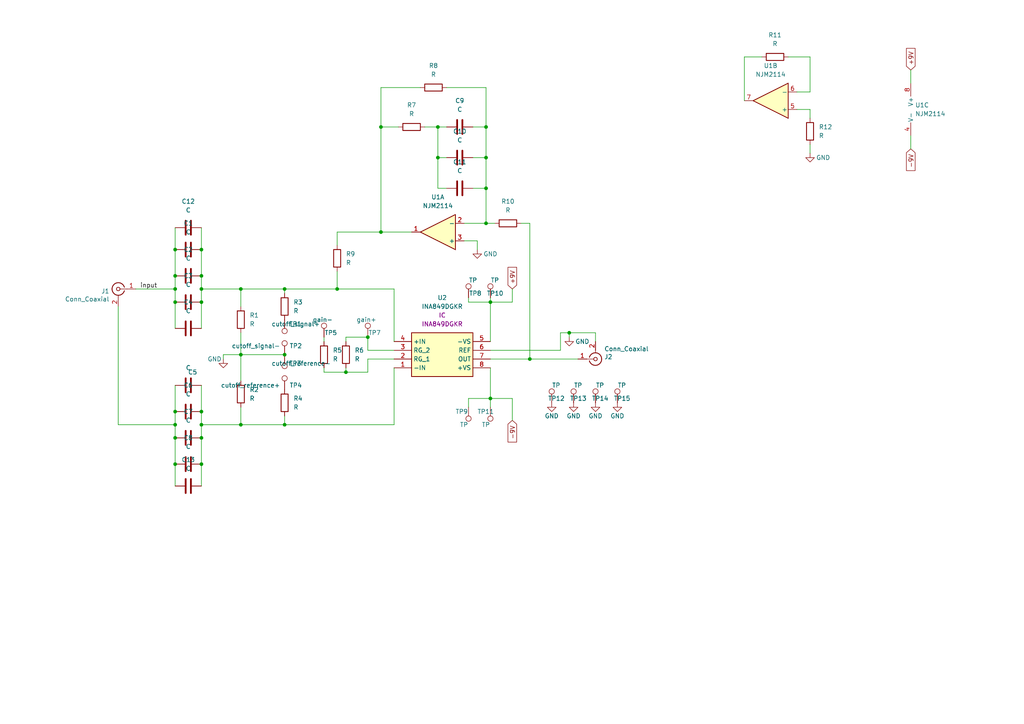
<source format=kicad_sch>
(kicad_sch (version 20211123) (generator eeschema)
  (paper "A4")
  (lib_symbols
    (symbol "Amplifier_Operational:NJM2114" (pin_names (offset 0.127))
      (property "Reference" "U" (at 0 5.08 0))
      (property "Value" "NJM2114" (at 0 -5.08 0))
      (symbol "NJM2114_1_1"
        (polyline (pts (xy -5.08 5.08) (xy 5.08 0) (xy -5.08 -5.08) (xy -5.08 5.08)) (stroke (width 0.254)) (fill (type background)))
        (pin output line (at 7.62 0 180) (length 2.54) (name "~") (number "1"))
        (pin input line (at -7.62 -2.54 0) (length 2.54) (name "-") (number "2"))
        (pin input line (at -7.62 2.54 0) (length 2.54) (name "+") (number "3"))
      )
      (symbol "NJM2114_2_1"
        (polyline (pts (xy -5.08 5.08) (xy 5.08 0) (xy -5.08 -5.08) (xy -5.08 5.08)) (stroke (width 0.254)) (fill (type background)))
        (pin input line (at -7.62 2.54 0) (length 2.54) (name "+") (number "5"))
        (pin input line (at -7.62 -2.54 0) (length 2.54) (name "-") (number "6"))
        (pin output line (at 7.62 0 180) (length 2.54) (name "~") (number "7"))
      )
      (symbol "NJM2114_3_1"
        (pin power_in line (at -2.54 -7.62 90) (length 3.81) (name "V-") (number "4"))
        (pin power_in line (at -2.54 7.62 270) (length 3.81) (name "V+") (number "8"))
      )
    )
    (symbol "Connector:Conn_Coaxial" (pin_names (offset 1.016) hide)
      (property "Reference" "J" (at 0.254 3.048 0))
      (property "Value" "Conn_Coaxial" (at 2.921 0 90))
      (symbol "Conn_Coaxial_0_1"
        (arc (start -1.778 -0.508) (mid 0.2311 -1.8066) (end 1.778 0) (stroke (width 0.254)))
        (polyline (pts (xy -2.54 0) (xy -0.508 0)))
        (polyline (pts (xy 0 -2.54) (xy 0 -1.778)))
        (circle (center 0 0) (radius 0.508) (stroke (width 0.2032)))
        (arc (start 1.778 0) (mid 0.2099 1.8101) (end -1.778 0.508) (stroke (width 0.254)))
      )
      (symbol "Conn_Coaxial_1_1"
        (pin passive line (at -5.08 0 0) (length 2.54) (name "In") (number "1"))
        (pin passive line (at 0 -5.08 90) (length 2.54) (name "Ext") (number "2"))
      )
    )
    (symbol "Connector:TestPoint" (pin_numbers hide) (pin_names (offset 0.762) hide)
      (property "Reference" "TP" (at 0 6.858 0))
      (property "Value" "TestPoint" (at 0 5.08 0))
      (symbol "TestPoint_0_1"
        (circle (center 0 3.302) (radius 0.762))
      )
      (symbol "TestPoint_1_1"
        (pin passive line (at 0 0 90) (length 2.54) (name "1") (number "1"))
      )
    )
    (symbol "Device:C" (pin_numbers hide) (pin_names (offset 0.254))
      (property "Reference" "C" (at 0.635 2.54 0))
      (property "Value" "C" (at 0.635 -2.54 0))
      (symbol "C_0_1"
        (polyline (pts (xy -2.032 -0.762) (xy 2.032 -0.762)) (stroke (width 0.508)))
        (polyline (pts (xy -2.032 0.762) (xy 2.032 0.762)) (stroke (width 0.508)))
      )
      (symbol "C_1_1"
        (pin passive line (at 0 3.81 270) (length 2.794) (name "~") (number "1"))
        (pin passive line (at 0 -3.81 90) (length 2.794) (name "~") (number "2"))
      )
    )
    (symbol "Device:R" (pin_numbers hide) (pin_names (offset 0))
      (property "Reference" "R" (at 2.032 0 90))
      (property "Value" "R" (at 0 0 90))
      (symbol "R_0_1"
        (rectangle (start -1.016 -2.54) (end 1.016 2.54) (stroke (width 0.254)))
      )
      (symbol "R_1_1"
        (pin passive line (at 0 3.81 270) (length 1.27) (name "~") (number "1"))
        (pin passive line (at 0 -3.81 90) (length 1.27) (name "~") (number "2"))
      )
    )
    (symbol "INA849DGKR:INA849DGKR"
      (property "Value" "INA849DGKR" (at 0 0 0))
      (property "Reference_1" "IC" (at 24.13 7.62 0))
      (property "Value_1" "INA849DGKR" (at 24.13 5.08 0))
      (symbol "INA849DGKR_1_1"
        (rectangle (start 5.08 2.54) (end 22.86 -10.16) (stroke (width 0.254)) (fill (type background)))
        (pin passive line (at 0 0 0) (length 5.08) (name "-IN") (number "1"))
        (pin passive line (at 0 -2.54 0) (length 5.08) (name "RG_1") (number "2"))
        (pin passive line (at 0 -5.08 0) (length 5.08) (name "RG_2") (number "3"))
        (pin passive line (at 0 -7.62 0) (length 5.08) (name "+IN") (number "4"))
        (pin passive line (at 27.94 -7.62 180) (length 5.08) (name "-VS") (number "5"))
        (pin passive line (at 27.94 -5.08 180) (length 5.08) (name "REF") (number "6"))
        (pin passive line (at 27.94 -2.54 180) (length 5.08) (name "OUT") (number "7"))
        (pin passive line (at 27.94 0 180) (length 5.08) (name "+VS") (number "8"))
      )
    )
    (symbol "power:GND" (power) (pin_names (offset 0))
      (property "Value" "GND" (at 0 -3.81 0))
      (symbol "GND_0_1"
        (polyline (pts (xy 0 0) (xy 0 -1.27) (xy 1.27 -1.27) (xy 0 -2.54) (xy -1.27 -1.27) (xy 0 -1.27)))
      )
      (symbol "GND_1_1"
        (pin power_in line (at 0 0 270) (length 0) hide (name "GND") (number "1"))
      )
    )
  )
  (junction (at 50.8 80.01))
  (junction (at 140.97 45.72))
  (junction (at 58.42 72.39))
  (junction (at 69.85 83.82))
  (junction (at 127 36.83))
  (junction (at 82.55 123.19))
  (junction (at 50.8 134.62))
  (junction (at 153.67 104.14))
  (junction (at 97.79 83.82))
  (junction (at 58.42 87.63))
  (junction (at 140.97 64.77))
  (junction (at 50.8 87.63))
  (junction (at 106.68 97.79))
  (junction (at 140.97 54.61))
  (junction (at 110.49 67.31))
  (junction (at 58.42 123.19))
  (junction (at 82.55 83.82))
  (junction (at 69.85 123.19))
  (junction (at 58.42 83.82))
  (junction (at 50.8 72.39))
  (junction (at 165.1 96.52))
  (junction (at 58.42 80.01))
  (junction (at 69.85 102.87))
  (junction (at 58.42 127))
  (junction (at 140.97 36.83))
  (junction (at 58.42 134.62))
  (junction (at 50.8 119.38))
  (junction (at 142.24 87.63))
  (junction (at 82.55 102.87))
  (junction (at 100.33 107.95))
  (junction (at 50.8 83.82))
  (junction (at 50.8 127))
  (junction (at 58.42 119.38))
  (junction (at 50.8 123.19))
  (junction (at 142.24 115.57))
  (junction (at 110.49 36.83))
  (junction (at 127 45.72))
  (wire (pts (xy 100.33 107.95) (xy 106.68 107.95)))
  (wire (pts (xy 97.79 67.31) (xy 97.79 71.12)))
  (wire (pts (xy 69.85 123.19) (xy 82.55 123.19)))
  (wire (pts (xy 135.89 118.11) (xy 135.89 115.57)))
  (wire (pts (xy 50.8 123.19) (xy 50.8 127)))
  (wire (pts (xy 231.14 31.75) (xy 234.95 31.75)))
  (wire (pts (xy 58.42 87.63) (xy 58.42 95.25)))
  (wire (pts (xy 142.24 104.14) (xy 153.67 104.14)))
  (wire (pts (xy 140.97 25.4) (xy 140.97 36.83)))
  (wire (pts (xy 134.62 64.77) (xy 140.97 64.77)))
  (wire (pts (xy 58.42 123.19) (xy 69.85 123.19)))
  (wire (pts (xy 50.8 72.39) (xy 50.8 80.01)))
  (wire (pts (xy 234.95 16.51) (xy 234.95 26.67)))
  (wire (pts (xy 172.72 96.52) (xy 172.72 99.06)))
  (wire (pts (xy 69.85 83.82) (xy 82.55 83.82)))
  (wire (pts (xy 82.55 83.82) (xy 97.79 83.82)))
  (wire (pts (xy 82.55 123.19) (xy 114.3 123.19)))
  (wire (pts (xy 58.42 134.62) (xy 58.42 140.97)))
  (wire (pts (xy 129.54 25.4) (xy 140.97 25.4)))
  (wire (pts (xy 106.68 107.95) (xy 106.68 104.14)))
  (wire (pts (xy 234.95 26.67) (xy 231.14 26.67)))
  (wire (pts (xy 50.8 87.63) (xy 50.8 95.25)))
  (wire (pts (xy 264.16 20.32) (xy 264.16 24.13)))
  (wire (pts (xy 135.89 87.63) (xy 142.24 87.63)))
  (wire (pts (xy 165.1 96.52) (xy 172.72 96.52)))
  (wire (pts (xy 106.68 104.14) (xy 114.3 104.14)))
  (wire (pts (xy 142.24 115.57) (xy 142.24 118.11)))
  (wire (pts (xy 165.1 96.52) (xy 165.1 97.79)))
  (wire (pts (xy 50.8 123.19) (xy 50.8 119.38)))
  (wire (pts (xy 148.59 121.92) (xy 148.59 115.57)))
  (wire (pts (xy 64.77 104.14) (xy 64.77 102.87)))
  (wire (pts (xy 135.89 115.57) (xy 142.24 115.57)))
  (wire (pts (xy 129.54 45.72) (xy 127 45.72)))
  (wire (pts (xy 58.42 127) (xy 58.42 134.62)))
  (wire (pts (xy 153.67 64.77) (xy 153.67 104.14)))
  (wire (pts (xy 114.3 99.06) (xy 114.3 83.82)))
  (wire (pts (xy 115.57 36.83) (xy 110.49 36.83)))
  (wire (pts (xy 127 45.72) (xy 127 36.83)))
  (wire (pts (xy 34.29 88.9) (xy 34.29 123.19)))
  (wire (pts (xy 58.42 111.76) (xy 58.42 119.38)))
  (wire (pts (xy 151.13 64.77) (xy 153.67 64.77)))
  (wire (pts (xy 114.3 101.6) (xy 106.68 101.6)))
  (wire (pts (xy 110.49 36.83) (xy 110.49 67.31)))
  (wire (pts (xy 138.43 69.85) (xy 138.43 72.39)))
  (wire (pts (xy 93.98 106.68) (xy 93.98 107.95)))
  (wire (pts (xy 140.97 45.72) (xy 140.97 54.61)))
  (wire (pts (xy 134.62 69.85) (xy 138.43 69.85)))
  (wire (pts (xy 50.8 134.62) (xy 50.8 140.97)))
  (wire (pts (xy 69.85 83.82) (xy 69.85 88.9)))
  (wire (pts (xy 69.85 118.11) (xy 69.85 123.19)))
  (wire (pts (xy 228.6 16.51) (xy 234.95 16.51)))
  (wire (pts (xy 162.56 101.6) (xy 162.56 96.52)))
  (wire (pts (xy 50.8 127) (xy 50.8 134.62)))
  (wire (pts (xy 110.49 25.4) (xy 110.49 36.83)))
  (wire (pts (xy 127 54.61) (xy 127 45.72)))
  (wire (pts (xy 97.79 83.82) (xy 114.3 83.82)))
  (wire (pts (xy 50.8 83.82) (xy 50.8 80.01)))
  (wire (pts (xy 50.8 66.04) (xy 50.8 72.39)))
  (wire (pts (xy 93.98 97.79) (xy 93.98 99.06)))
  (wire (pts (xy 64.77 102.87) (xy 69.85 102.87)))
  (wire (pts (xy 69.85 102.87) (xy 69.85 110.49)))
  (wire (pts (xy 82.55 83.82) (xy 82.55 85.09)))
  (wire (pts (xy 127 36.83) (xy 129.54 36.83)))
  (wire (pts (xy 119.38 67.31) (xy 110.49 67.31)))
  (wire (pts (xy 153.67 104.14) (xy 167.64 104.14)))
  (wire (pts (xy 100.33 97.79) (xy 100.33 99.06)))
  (wire (pts (xy 58.42 123.19) (xy 58.42 127)))
  (wire (pts (xy 162.56 96.52) (xy 165.1 96.52)))
  (wire (pts (xy 110.49 67.31) (xy 97.79 67.31)))
  (wire (pts (xy 123.19 36.83) (xy 127 36.83)))
  (wire (pts (xy 264.16 39.37) (xy 264.16 43.18)))
  (wire (pts (xy 114.3 106.68) (xy 114.3 123.19)))
  (wire (pts (xy 135.89 86.36) (xy 135.89 87.63)))
  (wire (pts (xy 148.59 115.57) (xy 142.24 115.57)))
  (wire (pts (xy 121.92 25.4) (xy 110.49 25.4)))
  (wire (pts (xy 142.24 101.6) (xy 162.56 101.6)))
  (wire (pts (xy 234.95 41.91) (xy 234.95 44.45)))
  (wire (pts (xy 58.42 66.04) (xy 58.42 72.39)))
  (wire (pts (xy 137.16 54.61) (xy 140.97 54.61)))
  (wire (pts (xy 234.95 31.75) (xy 234.95 34.29)))
  (wire (pts (xy 140.97 36.83) (xy 140.97 45.72)))
  (wire (pts (xy 50.8 83.82) (xy 50.8 87.63)))
  (wire (pts (xy 140.97 54.61) (xy 140.97 64.77)))
  (wire (pts (xy 106.68 101.6) (xy 106.68 97.79)))
  (wire (pts (xy 58.42 72.39) (xy 58.42 80.01)))
  (wire (pts (xy 58.42 80.01) (xy 58.42 83.82)))
  (wire (pts (xy 58.42 83.82) (xy 69.85 83.82)))
  (wire (pts (xy 39.37 83.82) (xy 50.8 83.82)))
  (wire (pts (xy 34.29 123.19) (xy 50.8 123.19)))
  (wire (pts (xy 148.59 87.63) (xy 142.24 87.63)))
  (wire (pts (xy 215.9 29.21) (xy 215.9 16.51)))
  (wire (pts (xy 97.79 78.74) (xy 97.79 83.82)))
  (wire (pts (xy 140.97 64.77) (xy 143.51 64.77)))
  (wire (pts (xy 50.8 111.76) (xy 50.8 119.38)))
  (wire (pts (xy 58.42 83.82) (xy 58.42 87.63)))
  (wire (pts (xy 58.42 119.38) (xy 58.42 123.19)))
  (wire (pts (xy 100.33 97.79) (xy 106.68 97.79)))
  (wire (pts (xy 148.59 83.82) (xy 148.59 87.63)))
  (wire (pts (xy 137.16 45.72) (xy 140.97 45.72)))
  (wire (pts (xy 137.16 36.83) (xy 140.97 36.83)))
  (wire (pts (xy 93.98 107.95) (xy 100.33 107.95)))
  (wire (pts (xy 215.9 16.51) (xy 220.98 16.51)))
  (wire (pts (xy 142.24 87.63) (xy 142.24 99.06)))
  (wire (pts (xy 69.85 96.52) (xy 69.85 102.87)))
  (wire (pts (xy 142.24 106.68) (xy 142.24 115.57)))
  (wire (pts (xy 82.55 120.65) (xy 82.55 123.19)))
  (wire (pts (xy 142.24 86.36) (xy 142.24 87.63)))
  (wire (pts (xy 129.54 54.61) (xy 127 54.61)))
  (wire (pts (xy 69.85 102.87) (xy 82.55 102.87)))
  (wire (pts (xy 100.33 106.68) (xy 100.33 107.95)))
  (label "input" (at 40.64 83.82 0))
  (global_label "+9V" (shape input) (at 148.59 83.82 90) (property "Intersheet References" "${INTERSHEET_REFS}" (effects hide)))
  (global_label "+9V" (shape input) (at 264.16 20.32 90) (property "Intersheet References" "${INTERSHEET_REFS}" (effects hide)))
  (global_label "-9V" (shape input) (at 148.59 121.92 270) (property "Intersheet References" "${INTERSHEET_REFS}" (effects hide)))
  (global_label "-9V" (shape input) (at 264.16 43.18 270) (property "Intersheet References" "${INTERSHEET_REFS}" (effects hide)))
  (symbol (lib_id "Connector:TestPoint") (at 142.24 86.36 0) (unit 1)
    (property "Reference" "TP10" (at 146.05 85.09 0) (effects (justify right)))
    (property "Value" "TP" (at 144.78 81.28 0) (effects (justify right)))
    (property "Footprint" "TestPoint:TestPoint_Keystone_5000-5004_Miniature" (effects hide))
  )
  (symbol (lib_id "Connector:TestPoint") (at 82.55 92.71 180) (unit 1)
    (property "Reference" "TP1" (at 83.82 93.98 0) (effects (justify right)))
    (property "Value" "cutoff_signal+" (at 78.74 93.98 0) (effects (justify right)))
    (property "Footprint" "TestPoint:TestPoint_Keystone_5000-5004_Miniature" (effects hide))
  )
  (symbol (lib_id "Connector:TestPoint") (at 82.55 113.03 0) (unit 1)
    (property "Reference" "TP4" (at 87.63 111.76 0) (effects (justify right)))
    (property "Value" "cutoff_reference+" (at 81.28 111.76 0) (effects (justify right)))
    (property "Footprint" "TestPoint:TestPoint_Keystone_5000-5004_Miniature" (effects hide))
  )
  (symbol (lib_id "power:GND") (at 64.77 104.14 0) (unit 1)
    (property "Reference" "#PWR0106" (effects hide))
    (property "Value" "GND" (at 62.23 104.14 0))
  )
  (symbol (lib_id "Device:C") (at 54.61 66.04 90) (unit 1)
    (property "Reference" "C12" (at 54.61 58.42 90))
    (property "Value" "C" (at 54.61 60.96 90))
    (property "Footprint" "Capacitor_SMD:C_1812_4532Metric_Pad1.57x3.40mm_HandSolder" (effects hide))
  )
  (symbol (lib_id "power:GND") (at 172.72 116.84 0) (unit 1)
    (property "Reference" "#PWR0104" (effects hide))
    (property "Value" "GND" (at 172.72 120.65 0))
  )
  (symbol (lib_id "Connector:TestPoint") (at 135.89 86.36 0) (unit 1)
    (property "Reference" "TP8" (at 139.7 85.09 0) (effects (justify right)))
    (property "Value" "TP" (at 138.43 81.28 0) (effects (justify right)))
    (property "Footprint" "TestPoint:TestPoint_Keystone_5000-5004_Miniature" (effects hide))
  )
  (symbol (lib_id "Device:R") (at 82.55 88.9 0) (unit 1)
    (property "Reference" "R3" (at 85.09 87.6299 0) (effects (justify left)))
    (property "Value" "R" (at 85.09 90.1699 0) (effects (justify left)))
    (property "Footprint" "Resistor_SMD:R_0805_2012Metric_Pad1.20x1.40mm_HandSolder" (effects hide))
  )
  (symbol (lib_id "Device:C") (at 54.61 134.62 90) (unit 1)
    (property "Reference" "C8" (at 54.61 127 90))
    (property "Value" "C" (at 54.61 129.54 90))
    (property "Footprint" "Capacitor_SMD:C_0805_2012Metric_Pad1.18x1.45mm_HandSolder" (effects hide))
  )
  (symbol (lib_id "Amplifier_Operational:NJM2114") (at 223.52 29.21 180) (unit 2)
    (property "Reference" "U1" (at 223.52 19.05 0))
    (property "Value" "NJM2114" (at 223.52 21.59 0))
    (property "Footprint" "Package_DIP:DIP-8_W7.62mm" (effects hide))
    (property "Datasheet" "http://www.njr.com/semicon/PDF/NJM2114_E.pdf" (effects hide))
  )
  (symbol (lib_id "power:GND") (at 234.95 44.45 0) (unit 1)
    (property "Reference" "#PWR0108" (effects hide))
    (property "Value" "GND" (at 238.76 45.72 0))
  )
  (symbol (lib_id "power:GND") (at 138.43 72.39 0) (unit 1)
    (property "Reference" "#PWR0107" (effects hide))
    (property "Value" "GND" (at 142.24 73.66 0))
  )
  (symbol (lib_id "Connector:Conn_Coaxial") (at 34.29 83.82 0) (mirror y) (unit 1)
    (property "Reference" "J1" (at 31.75 84.455 0) (effects (justify left)))
    (property "Value" "Conn_Coaxial" (at 31.75 86.7664 0) (effects (justify left)))
    (property "Footprint" "Connector_Coaxial:SMA_Molex_73251-2200_Horizontal" (effects hide))
    (property "Datasheet" " ~" (effects hide))
  )
  (symbol (lib_id "Connector:TestPoint") (at 160.02 116.84 0) (unit 1)
    (property "Reference" "TP12" (at 163.83 115.57 0) (effects (justify right)))
    (property "Value" "TP" (at 162.56 111.76 0) (effects (justify right)))
    (property "Footprint" "TestPoint:TestPoint_Keystone_5000-5004_Miniature" (effects hide))
  )
  (symbol (lib_id "Device:R") (at 97.79 74.93 0) (unit 1)
    (property "Reference" "R9" (at 100.33 73.6599 0) (effects (justify left)))
    (property "Value" "R" (at 100.33 76.1999 0) (effects (justify left)))
    (property "Footprint" "Resistor_SMD:R_0805_2012Metric_Pad1.20x1.40mm_HandSolder" (effects hide))
  )
  (symbol (lib_id "Connector:TestPoint") (at 166.37 116.84 0) (unit 1)
    (property "Reference" "TP13" (at 170.18 115.57 0) (effects (justify right)))
    (property "Value" "TP" (at 168.91 111.76 0) (effects (justify right)))
    (property "Footprint" "TestPoint:TestPoint_Keystone_5000-5004_Miniature" (effects hide))
  )
  (symbol (lib_id "Device:R") (at 125.73 25.4 90) (unit 1)
    (property "Reference" "R8" (at 125.73 19.05 90))
    (property "Value" "R" (at 125.73 21.59 90))
    (property "Footprint" "Resistor_SMD:R_0805_2012Metric_Pad1.20x1.40mm_HandSolder" (effects hide))
  )
  (symbol (lib_id "Connector:Conn_Coaxial") (at 172.72 104.14 0) (mirror x) (unit 1)
    (property "Reference" "J2" (at 175.26 103.505 0) (effects (justify left)))
    (property "Value" "Conn_Coaxial" (at 175.26 101.1936 0) (effects (justify left)))
    (property "Footprint" "Connector_Coaxial:SMA_Molex_73251-2200_Horizontal" (effects hide))
    (property "Datasheet" " ~" (effects hide))
  )
  (symbol (lib_id "Connector:TestPoint") (at 82.55 102.87 0) (unit 1)
    (property "Reference" "TP2" (at 87.63 100.33 0) (effects (justify right)))
    (property "Value" "cutoff_signal-" (at 81.28 100.33 0) (effects (justify right)))
    (property "Footprint" "TestPoint:TestPoint_Keystone_5000-5004_Miniature" (effects hide))
  )
  (symbol (lib_id "Connector:TestPoint") (at 93.98 97.79 0) (unit 1)
    (property "Reference" "TP5" (at 97.79 96.52 0) (effects (justify right)))
    (property "Value" "gain-" (at 96.52 92.71 0) (effects (justify right)))
    (property "Footprint" "TestPoint:TestPoint_Keystone_5000-5004_Miniature" (effects hide))
  )
  (symbol (lib_id "Connector:TestPoint") (at 179.07 116.84 0) (unit 1)
    (property "Reference" "TP15" (at 182.88 115.57 0) (effects (justify right)))
    (property "Value" "TP" (at 181.61 111.76 0) (effects (justify right)))
    (property "Footprint" "TestPoint:TestPoint_Keystone_5000-5004_Miniature" (effects hide))
  )
  (symbol (lib_id "power:GND") (at 179.07 116.84 0) (unit 1)
    (property "Reference" "#PWR0105" (effects hide))
    (property "Value" "GND" (at 179.07 120.65 0))
  )
  (symbol (lib_id "power:GND") (at 165.1 97.79 0) (unit 1)
    (property "Reference" "#PWR0101" (effects hide))
    (property "Value" "GND" (at 168.91 99.06 0))
  )
  (symbol (lib_id "Device:C") (at 133.35 36.83 90) (unit 1)
    (property "Reference" "C9" (at 133.35 29.21 90))
    (property "Value" "C" (at 133.35 31.75 90))
    (property "Footprint" "Capacitor_THT:C_Radial_D5.0mm_H5.0mm_P2.00mm" (effects hide))
  )
  (symbol (lib_id "Connector:TestPoint") (at 82.55 102.87 180) (unit 1)
    (property "Reference" "TP3" (at 83.82 105.41 0) (effects (justify right)))
    (property "Value" "cutoff_reference-" (at 78.74 105.41 0) (effects (justify right)))
    (property "Footprint" "TestPoint:TestPoint_Keystone_5000-5004_Miniature" (effects hide))
  )
  (symbol (lib_id "Device:C") (at 54.61 95.25 90) (unit 1)
    (property "Reference" "C4" (at 54.61 87.63 90))
    (property "Value" "C" (at 54.61 90.17 90))
    (property "Footprint" "Capacitor_SMD:C_0805_2012Metric_Pad1.18x1.45mm_HandSolder" (effects hide))
  )
  (symbol (lib_id "Device:C") (at 54.61 140.97 90) (unit 1)
    (property "Reference" "C13" (at 54.61 133.35 90))
    (property "Value" "C" (at 54.61 135.89 90))
    (property "Footprint" "Capacitor_SMD:C_1812_4532Metric_Pad1.57x3.40mm_HandSolder" (effects hide))
  )
  (symbol (lib_id "Device:R") (at 82.55 116.84 0) (unit 1)
    (property "Reference" "R4" (at 85.09 115.5699 0) (effects (justify left)))
    (property "Value" "R" (at 85.09 118.1099 0) (effects (justify left)))
    (property "Footprint" "Resistor_SMD:R_0805_2012Metric_Pad1.20x1.40mm_HandSolder" (effects hide))
  )
  (symbol (lib_id "Device:C") (at 54.61 87.63 90) (unit 1)
    (property "Reference" "C3" (at 54.61 80.01 90))
    (property "Value" "C" (at 54.61 82.55 90))
    (property "Footprint" "Capacitor_SMD:C_0805_2012Metric_Pad1.18x1.45mm_HandSolder" (effects hide))
  )
  (symbol (lib_id "Device:C") (at 54.61 111.76 90) (unit 1)
    (property "Reference" "C5" (at 55.88 107.95 90))
    (property "Value" "C" (at 54.61 106.68 90))
    (property "Footprint" "Capacitor_THT:C_Radial_D5.0mm_H5.0mm_P2.00mm" (effects hide))
  )
  (symbol (lib_id "Device:R") (at 234.95 38.1 180) (unit 1)
    (property "Reference" "R12" (at 237.49 36.8299 0) (effects (justify right)))
    (property "Value" "R" (at 237.49 39.3699 0) (effects (justify right)))
    (property "Footprint" "Resistor_SMD:R_0805_2012Metric_Pad1.20x1.40mm_HandSolder" (effects hide))
  )
  (symbol (lib_id "Connector:TestPoint") (at 106.68 97.79 0) (unit 1)
    (property "Reference" "TP7" (at 110.49 96.52 0) (effects (justify right)))
    (property "Value" "gain+" (at 109.22 92.71 0) (effects (justify right)))
    (property "Footprint" "TestPoint:TestPoint_Keystone_5000-5004_Miniature" (effects hide))
  )
  (symbol (lib_id "Device:C") (at 54.61 72.39 90) (unit 1)
    (property "Reference" "C1" (at 54.61 64.77 90))
    (property "Value" "C" (at 54.61 67.31 90))
    (property "Footprint" "Capacitor_THT:C_Radial_D5.0mm_H5.0mm_P2.00mm" (effects hide))
  )
  (symbol (lib_id "Device:R") (at 224.79 16.51 90) (unit 1)
    (property "Reference" "R11" (at 224.79 10.16 90))
    (property "Value" "R" (at 224.79 12.7 90))
    (property "Footprint" "Resistor_SMD:R_0805_2012Metric_Pad1.20x1.40mm_HandSolder" (effects hide))
  )
  (symbol (lib_id "Device:C") (at 133.35 45.72 90) (unit 1)
    (property "Reference" "C10" (at 133.35 38.1 90))
    (property "Value" "C" (at 133.35 40.64 90))
    (property "Footprint" "Capacitor_SMD:C_1812_4532Metric_Pad1.57x3.40mm_HandSolder" (effects hide))
  )
  (symbol (lib_id "Amplifier_Operational:NJM2114") (at 266.7 31.75 0) (unit 3)
    (property "Reference" "U1" (at 265.43 30.4799 0) (effects (justify left)))
    (property "Value" "NJM2114" (at 265.43 33.0199 0) (effects (justify left)))
    (property "Footprint" "Package_DIP:DIP-8_W7.62mm" (effects hide))
    (property "Datasheet" "http://www.njr.com/semicon/PDF/NJM2114_E.pdf" (effects hide))
  )
  (symbol (lib_id "INA849DGKR:INA849DGKR") (at 114.3 106.68 0) (mirror x) (unit 1)
    (property "Reference" "U2" (at 128.27 86.36 0))
    (property "Value" "INA849DGKR" (at 128.27 88.9 0))
    (property "Footprint" "INA849:SOP65P490X110-8N" (effects hide))
    (property "Reference_1" "IC" (at 128.27 91.44 0))
    (property "Value_1" "INA849DGKR" (at 128.27 93.98 0))
    (property "Footprint_1" "SOP65P490X110-8N" (effects hide))
    (property "Datasheet_1" "https://www.ti.com/lit/gpn/INA849" (effects hide))
    (property "Height" "1.1" (effects hide))
    (property "Mouser Part Number" "595-INA849DGKR" (effects hide))
    (property "Mouser Price/Stock" "https://www.mouser.co.uk/ProductDetail/Texas-Instruments/INA849DGKR?qs=e8oIoAS2J1SMxAVLVuUtOg%3D%3D" (effects hide))
    (property "Manufacturer_Name" "Texas Instruments" (effects hide))
    (property "Manufacturer_Part_Number" "INA849DGKR" (effects hide))
  )
  (symbol (lib_id "Connector:TestPoint") (at 135.89 118.11 180) (unit 1)
    (property "Reference" "TP9" (at 132.08 119.38 0) (effects (justify right)))
    (property "Value" "TP" (at 133.35 123.19 0) (effects (justify right)))
    (property "Footprint" "TestPoint:TestPoint_Keystone_5000-5004_Miniature" (effects hide))
  )
  (symbol (lib_id "Device:C") (at 54.61 80.01 90) (unit 1)
    (property "Reference" "C2" (at 54.61 72.39 90))
    (property "Value" "C" (at 54.61 74.93 90))
    (property "Footprint" "Capacitor_SMD:C_2225_5664Metric_Pad1.80x6.60mm_HandSolder" (effects hide))
  )
  (symbol (lib_id "power:GND") (at 160.02 116.84 0) (unit 1)
    (property "Reference" "#PWR0102" (effects hide))
    (property "Value" "GND" (at 160.02 120.65 0))
  )
  (symbol (lib_id "Device:R") (at 119.38 36.83 90) (unit 1)
    (property "Reference" "R7" (at 119.38 30.48 90))
    (property "Value" "R" (at 119.38 33.02 90))
    (property "Footprint" "Resistor_SMD:R_0805_2012Metric_Pad1.20x1.40mm_HandSolder" (effects hide))
  )
  (symbol (lib_id "Device:C") (at 133.35 54.61 90) (unit 1)
    (property "Reference" "C11" (at 133.35 46.99 90))
    (property "Value" "C" (at 133.35 49.53 90))
    (property "Footprint" "Capacitor_SMD:C_0805_2012Metric_Pad1.18x1.45mm_HandSolder" (effects hide))
  )
  (symbol (lib_id "Connector:TestPoint") (at 172.72 116.84 0) (unit 1)
    (property "Reference" "TP14" (at 176.53 115.57 0) (effects (justify right)))
    (property "Value" "TP" (at 175.26 111.76 0) (effects (justify right)))
    (property "Footprint" "TestPoint:TestPoint_Keystone_5000-5004_Miniature" (effects hide))
  )
  (symbol (lib_id "Device:R") (at 69.85 114.3 0) (unit 1)
    (property "Reference" "R2" (at 72.39 113.0299 0) (effects (justify left)))
    (property "Value" "R" (at 72.39 115.5699 0) (effects (justify left)))
    (property "Footprint" "Resistor_SMD:R_0805_2012Metric_Pad1.20x1.40mm_HandSolder" (effects hide))
  )
  (symbol (lib_id "Device:C") (at 54.61 127 90) (unit 1)
    (property "Reference" "C7" (at 54.61 119.38 90))
    (property "Value" "C" (at 54.61 121.92 90))
    (property "Footprint" "Capacitor_SMD:C_0805_2012Metric_Pad1.18x1.45mm_HandSolder" (effects hide))
  )
  (symbol (lib_id "Connector:TestPoint") (at 142.24 118.11 180) (unit 1)
    (property "Reference" "TP11" (at 138.43 119.38 0) (effects (justify right)))
    (property "Value" "TP" (at 139.7 123.19 0) (effects (justify right)))
    (property "Footprint" "TestPoint:TestPoint_Keystone_5000-5004_Miniature" (effects hide))
  )
  (symbol (lib_id "Device:R") (at 100.33 102.87 0) (unit 1)
    (property "Reference" "R6" (at 102.87 101.5999 0) (effects (justify left)))
    (property "Value" "R" (at 102.87 104.1399 0) (effects (justify left)))
    (property "Footprint" "Resistor_SMD:R_0805_2012Metric_Pad1.20x1.40mm_HandSolder" (effects hide))
  )
  (symbol (lib_id "Device:R") (at 69.85 92.71 0) (unit 1)
    (property "Reference" "R1" (at 72.39 91.4399 0) (effects (justify left)))
    (property "Value" "R" (at 72.39 93.9799 0) (effects (justify left)))
    (property "Footprint" "Resistor_SMD:R_0805_2012Metric_Pad1.20x1.40mm_HandSolder" (effects hide))
  )
  (symbol (lib_id "Device:R") (at 147.32 64.77 90) (unit 1)
    (property "Reference" "R10" (at 147.32 58.42 90))
    (property "Value" "R" (at 147.32 60.96 90))
    (property "Footprint" "Resistor_SMD:R_0805_2012Metric_Pad1.20x1.40mm_HandSolder" (effects hide))
  )
  (symbol (lib_id "power:GND") (at 166.37 116.84 0) (unit 1)
    (property "Reference" "#PWR0103" (effects hide))
    (property "Value" "GND" (at 166.37 120.65 0))
  )
  (symbol (lib_id "Device:C") (at 54.61 119.38 90) (unit 1)
    (property "Reference" "C6" (at 54.61 111.76 90))
    (property "Value" "C" (at 54.61 114.3 90))
    (property "Footprint" "Capacitor_SMD:C_2225_5664Metric_Pad1.80x6.60mm_HandSolder" (effects hide))
  )
  (symbol (lib_id "Device:R") (at 93.98 102.87 0) (unit 1)
    (property "Reference" "R5" (at 96.52 101.5999 0) (effects (justify left)))
    (property "Value" "R" (at 96.52 104.1399 0) (effects (justify left)))
    (property "Footprint" "Resistor_SMD:R_0805_2012Metric_Pad1.20x1.40mm_HandSolder" (effects hide))
  )
  (symbol (lib_id "Amplifier_Operational:NJM2114") (at 127 67.31 180) (unit 1)
    (property "Reference" "U1" (at 127 57.15 0))
    (property "Value" "NJM2114" (at 127 59.69 0))
    (property "Footprint" "Package_DIP:DIP-8_W7.62mm" (effects hide))
    (property "Datasheet" "http://www.njr.com/semicon/PDF/NJM2114_E.pdf" (effects hide))
  )
)
</source>
